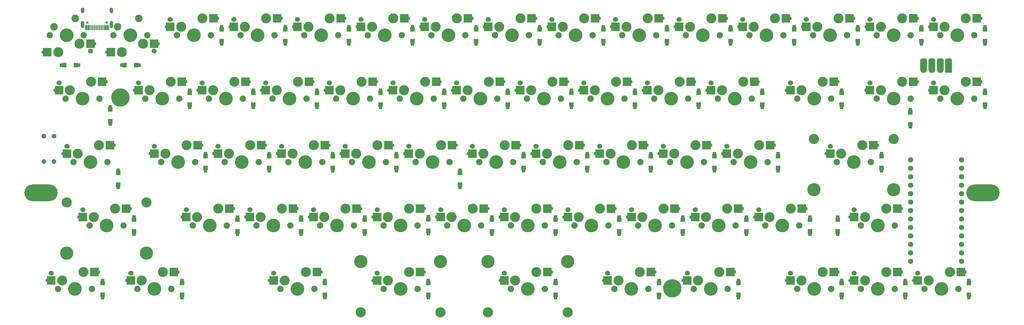
<source format=gbr>
%TF.GenerationSoftware,KiCad,Pcbnew,(6.0.5)*%
%TF.CreationDate,2022-10-29T17:12:18+09:00*%
%TF.ProjectId,tatamikomo,74617461-6d69-46b6-9f6d-6f2e6b696361,rev?*%
%TF.SameCoordinates,Original*%
%TF.FileFunction,Soldermask,Bot*%
%TF.FilePolarity,Negative*%
%FSLAX46Y46*%
G04 Gerber Fmt 4.6, Leading zero omitted, Abs format (unit mm)*
G04 Created by KiCad (PCBNEW (6.0.5)) date 2022-10-29 17:12:18*
%MOMM*%
%LPD*%
G01*
G04 APERTURE LIST*
G04 Aperture macros list*
%AMRoundRect*
0 Rectangle with rounded corners*
0 $1 Rounding radius*
0 $2 $3 $4 $5 $6 $7 $8 $9 X,Y pos of 4 corners*
0 Add a 4 corners polygon primitive as box body*
4,1,4,$2,$3,$4,$5,$6,$7,$8,$9,$2,$3,0*
0 Add four circle primitives for the rounded corners*
1,1,$1+$1,$2,$3*
1,1,$1+$1,$4,$5*
1,1,$1+$1,$6,$7*
1,1,$1+$1,$8,$9*
0 Add four rect primitives between the rounded corners*
20,1,$1+$1,$2,$3,$4,$5,0*
20,1,$1+$1,$4,$5,$6,$7,0*
20,1,$1+$1,$6,$7,$8,$9,0*
20,1,$1+$1,$8,$9,$2,$3,0*%
%AMFreePoly0*
4,1,5,1.275000,-1.250000,-1.275000,-1.250000,-1.275000,1.250000,1.275000,1.250000,1.275000,-1.250000,1.275000,-1.250000,$1*%
%AMFreePoly1*
4,1,5,0.700000,-0.650000,-0.700000,-0.650000,-0.700000,0.650000,0.700000,0.650000,0.700000,-0.650000,0.700000,-0.650000,$1*%
%AMFreePoly2*
4,1,5,0.300000,-0.500000,-0.300000,-0.500000,-0.300000,0.500000,0.300000,0.500000,0.300000,-0.500000,0.300000,-0.500000,$1*%
G04 Aperture macros list end*
%ADD10C,1.900000*%
%ADD11C,3.000000*%
%ADD12C,4.100000*%
%ADD13C,1.000000*%
%ADD14FreePoly0,180.000000*%
%ADD15C,1.524000*%
%ADD16FreePoly0,0.000000*%
%ADD17C,1.750000*%
%ADD18C,3.987800*%
%ADD19C,2.250000*%
%ADD20C,1.600000*%
%ADD21O,2.000000X1.800000*%
%ADD22RoundRect,0.500000X-0.500000X-1.500000X0.500000X-1.500000X0.500000X1.500000X-0.500000X1.500000X0*%
%ADD23R,2.000000X1.800000*%
%ADD24RoundRect,0.500000X0.500000X1.500000X-0.500000X1.500000X-0.500000X-1.500000X0.500000X-1.500000X0*%
%ADD25C,3.048000*%
%ADD26C,5.500000*%
%ADD27O,10.000000X5.000000*%
%ADD28FreePoly1,270.000000*%
%ADD29FreePoly2,90.000000*%
%ADD30C,0.750000*%
%ADD31RoundRect,0.050000X-0.300000X-0.725000X0.300000X-0.725000X0.300000X0.725000X-0.300000X0.725000X0*%
%ADD32RoundRect,0.050000X-0.150000X-0.725000X0.150000X-0.725000X0.150000X0.725000X-0.150000X0.725000X0*%
%ADD33O,1.100000X1.700000*%
%ADD34O,1.100000X2.200000*%
%ADD35FreePoly2,180.000000*%
%ADD36FreePoly1,0.000000*%
%ADD37C,1.400000*%
%ADD38O,1.400000X1.400000*%
G04 APERTURE END LIST*
D10*
%TO.C,SW59*%
X178550714Y-121812964D03*
D11*
X186170714Y-116732964D03*
X179820714Y-119272964D03*
D10*
X188710714Y-121812964D03*
D12*
X183630714Y-121812964D03*
D13*
X175295714Y-119272964D03*
D14*
X176545714Y-119272964D03*
D15*
X176545714Y-117062964D03*
D16*
X189472714Y-116732964D03*
D13*
X190722714Y-116732964D03*
%TD*%
D11*
%TO.C,SW61*%
X240938214Y-116732964D03*
D10*
X233318214Y-121812964D03*
D11*
X234588214Y-119272964D03*
D12*
X238398214Y-121812964D03*
D10*
X243478214Y-121812964D03*
D15*
X231313214Y-117062964D03*
D14*
X231313214Y-119272964D03*
D13*
X230063214Y-119272964D03*
D16*
X244240214Y-116732964D03*
D13*
X245490214Y-116732964D03*
%TD*%
D10*
%TO.C,SW8*%
X142831714Y-45612964D03*
D12*
X147911714Y-45612964D03*
D10*
X152991714Y-45612964D03*
D11*
X144101714Y-43072964D03*
X150451714Y-40532964D03*
D13*
X139576714Y-43072964D03*
D14*
X140826714Y-43072964D03*
D15*
X140826714Y-40862964D03*
D16*
X153753714Y-40532964D03*
D13*
X155003714Y-40532964D03*
%TD*%
D10*
%TO.C,SW46*%
X109493714Y-102762964D03*
D12*
X114573714Y-102762964D03*
D11*
X117113714Y-97682964D03*
X110763714Y-100222964D03*
D10*
X119653714Y-102762964D03*
D14*
X107488714Y-100222964D03*
D15*
X107488714Y-98012964D03*
D13*
X106238714Y-100222964D03*
X121665714Y-97682964D03*
D16*
X120415714Y-97682964D03*
%TD*%
D10*
%TO.C,SW55*%
X35745714Y-121812964D03*
D12*
X40825714Y-121812964D03*
D10*
X45905714Y-121812964D03*
D11*
X43365714Y-116732964D03*
X37015714Y-119272964D03*
D14*
X33740714Y-119272964D03*
D15*
X33740714Y-117062964D03*
D13*
X32490714Y-119272964D03*
X47917714Y-116732964D03*
D16*
X46667714Y-116732964D03*
%TD*%
D11*
%TO.C,SW37*%
X158388714Y-81172964D03*
D12*
X162198714Y-83712964D03*
D10*
X157118714Y-83712964D03*
D11*
X164738714Y-78632964D03*
D10*
X167278714Y-83712964D03*
D13*
X153863714Y-81172964D03*
D14*
X155113714Y-81172964D03*
D15*
X155113714Y-78962964D03*
D13*
X169290714Y-78632964D03*
D16*
X168040714Y-78632964D03*
%TD*%
D11*
%TO.C,SW49*%
X167913714Y-100222964D03*
D10*
X176803714Y-102762964D03*
X166643714Y-102762964D03*
D12*
X171723714Y-102762964D03*
D11*
X174263714Y-97682964D03*
D13*
X163388714Y-100222964D03*
D15*
X164638714Y-98012964D03*
D14*
X164638714Y-100222964D03*
D16*
X177565714Y-97682964D03*
D13*
X178815714Y-97682964D03*
%TD*%
D11*
%TO.C,SW51*%
X206013714Y-100222964D03*
D10*
X204743714Y-102762964D03*
X214903714Y-102762964D03*
D11*
X212363714Y-97682964D03*
D12*
X209823714Y-102762964D03*
D15*
X202738714Y-98012964D03*
D14*
X202738714Y-100222964D03*
D13*
X201488714Y-100222964D03*
D16*
X215665714Y-97682964D03*
D13*
X216915714Y-97682964D03*
%TD*%
D17*
%TO.C,SW1*%
X19641714Y-45612964D03*
D18*
X14561714Y-45612964D03*
D17*
X9481714Y-45612964D03*
D19*
X17101714Y-40532964D03*
X10751714Y-43072964D03*
%TD*%
D10*
%TO.C,SW27*%
X233318714Y-64662964D03*
D11*
X234588714Y-62122964D03*
X240938714Y-59582964D03*
D12*
X238398714Y-64662964D03*
D10*
X243478714Y-64662964D03*
D14*
X231313714Y-62122964D03*
D13*
X230063714Y-62122964D03*
D15*
X231313714Y-59912964D03*
D13*
X245490714Y-59582964D03*
D16*
X244240714Y-59582964D03*
%TD*%
D10*
%TO.C,SW17*%
X38055714Y-64662964D03*
D12*
X43135714Y-64662964D03*
D10*
X48215714Y-64662964D03*
D11*
X39325714Y-62122964D03*
X45675714Y-59582964D03*
D13*
X34800714Y-62122964D03*
D14*
X36050714Y-62122964D03*
D15*
X36050714Y-59912964D03*
D13*
X50227714Y-59582964D03*
D16*
X48977714Y-59582964D03*
%TD*%
D20*
%TO.C,U1*%
X282529714Y-85603464D03*
X282539714Y-88143464D03*
X282539714Y-90683464D03*
X282539714Y-93223464D03*
X282539714Y-95763464D03*
X282539714Y-98303464D03*
X282539714Y-100843464D03*
X282539714Y-103383464D03*
X282539714Y-105923464D03*
X282539714Y-108463464D03*
X282539714Y-111003464D03*
X282539714Y-113543464D03*
X267279714Y-113543464D03*
X267279714Y-111003464D03*
X267279714Y-108463464D03*
X267279714Y-105923464D03*
X267279714Y-103383464D03*
X267279714Y-100843464D03*
X267279714Y-98303464D03*
X267279714Y-95763464D03*
X267289714Y-93223464D03*
X267289714Y-90683464D03*
X267289714Y-88143464D03*
X267289714Y-85603464D03*
X267289714Y-83063464D03*
X282529714Y-83063464D03*
%TD*%
D11*
%TO.C,SW14*%
X258401714Y-43072964D03*
D10*
X257131714Y-45612964D03*
D11*
X264751714Y-40532964D03*
D12*
X262211714Y-45612964D03*
D10*
X267291714Y-45612964D03*
D14*
X255126714Y-43072964D03*
D15*
X255126714Y-40862964D03*
D13*
X253876714Y-43072964D03*
D16*
X268053714Y-40532964D03*
D13*
X269303714Y-40532964D03*
%TD*%
D12*
%TO.C,SW3*%
X52661714Y-45612964D03*
D10*
X57741714Y-45612964D03*
D11*
X48851714Y-43072964D03*
D10*
X47581714Y-45612964D03*
D11*
X55201714Y-40532964D03*
D14*
X45576714Y-43072964D03*
D15*
X45576714Y-40862964D03*
D13*
X44326714Y-43072964D03*
D16*
X58503714Y-40532964D03*
D13*
X59753714Y-40532964D03*
%TD*%
D21*
%TO.C,J1*%
X271159714Y-56053464D03*
D22*
X271159714Y-54553464D03*
X273659714Y-54553464D03*
D21*
X273659714Y-56053464D03*
X276159714Y-56053464D03*
D22*
X276159714Y-54553464D03*
D23*
X278659714Y-56053464D03*
D24*
X278659714Y-54553464D03*
%TD*%
D10*
%TO.C,SW41*%
X255384714Y-83712964D03*
D11*
X252844714Y-78632964D03*
X246494714Y-81172964D03*
D18*
X238366714Y-91967964D03*
D10*
X245224714Y-83712964D03*
D25*
X238366714Y-76727964D03*
D18*
X262242714Y-91967964D03*
D25*
X262242714Y-76727964D03*
D12*
X250304714Y-83712964D03*
D15*
X243219714Y-78962964D03*
D14*
X243219714Y-81172964D03*
D13*
X241969714Y-81172964D03*
X257396714Y-78632964D03*
D16*
X256146714Y-78632964D03*
%TD*%
D11*
%TO.C,SW33*%
X88538714Y-78632964D03*
X82188714Y-81172964D03*
D12*
X85998714Y-83712964D03*
D10*
X80918714Y-83712964D03*
X91078714Y-83712964D03*
D14*
X78913714Y-81172964D03*
D13*
X77663714Y-81172964D03*
D15*
X78913714Y-78962964D03*
D16*
X91840714Y-78632964D03*
D13*
X93090714Y-78632964D03*
%TD*%
D10*
%TO.C,SW11*%
X199981714Y-45612964D03*
D12*
X205061714Y-45612964D03*
D11*
X207601714Y-40532964D03*
D10*
X210141714Y-45612964D03*
D11*
X201251714Y-43072964D03*
D15*
X197976714Y-40862964D03*
D13*
X196726714Y-43072964D03*
D14*
X197976714Y-43072964D03*
D13*
X212153714Y-40532964D03*
D16*
X210903714Y-40532964D03*
%TD*%
D10*
%TO.C,SW62*%
X252368214Y-121812964D03*
D12*
X257448214Y-121812964D03*
D11*
X253638214Y-119272964D03*
X259988214Y-116732964D03*
D10*
X262528214Y-121812964D03*
D15*
X250363214Y-117062964D03*
D14*
X250363214Y-119272964D03*
D13*
X249113214Y-119272964D03*
X264540214Y-116732964D03*
D16*
X263290214Y-116732964D03*
%TD*%
D10*
%TO.C,SW54*%
X22093714Y-121812964D03*
D11*
X13203714Y-119272964D03*
X19553714Y-116732964D03*
D12*
X17013714Y-121812964D03*
D10*
X11933714Y-121812964D03*
D13*
X8678714Y-119272964D03*
D15*
X9928714Y-117062964D03*
D14*
X9928714Y-119272964D03*
D13*
X24105714Y-116732964D03*
D16*
X22855714Y-116732964D03*
%TD*%
D11*
%TO.C,SW50*%
X193313714Y-97682964D03*
D10*
X185693714Y-102762964D03*
D11*
X186963714Y-100222964D03*
D10*
X195853714Y-102762964D03*
D12*
X190773714Y-102762964D03*
D15*
X183688714Y-98012964D03*
D14*
X183688714Y-100222964D03*
D13*
X182438714Y-100222964D03*
X197865714Y-97682964D03*
D16*
X196615714Y-97682964D03*
%TD*%
D12*
%TO.C,SW16*%
X19323714Y-64662964D03*
D11*
X15513714Y-62122964D03*
D10*
X24403714Y-64662964D03*
X14243714Y-64662964D03*
D11*
X21863714Y-59582964D03*
D15*
X12238714Y-59912964D03*
D14*
X12238714Y-62122964D03*
D13*
X10988714Y-62122964D03*
D16*
X25165714Y-59582964D03*
D13*
X26415714Y-59582964D03*
%TD*%
D11*
%TO.C,SW15*%
X283801714Y-40532964D03*
D10*
X286341714Y-45612964D03*
D12*
X281261714Y-45612964D03*
D11*
X277451714Y-43072964D03*
D10*
X276181714Y-45612964D03*
D13*
X272926714Y-43072964D03*
D15*
X274176714Y-40862964D03*
D14*
X274176714Y-43072964D03*
D13*
X288353714Y-40532964D03*
D16*
X287103714Y-40532964D03*
%TD*%
D25*
%TO.C,SW42*%
X14529714Y-95777964D03*
D10*
X21387714Y-102762964D03*
D11*
X29007714Y-97682964D03*
D18*
X38405714Y-111017964D03*
D11*
X22657714Y-100222964D03*
D18*
X14529714Y-111017964D03*
D25*
X38405714Y-95777964D03*
D12*
X26467714Y-102762964D03*
D10*
X31547714Y-102762964D03*
D13*
X18132714Y-100222964D03*
D14*
X19382714Y-100222964D03*
D15*
X19382714Y-98012964D03*
D16*
X32309714Y-97682964D03*
D13*
X33559714Y-97682964D03*
%TD*%
D11*
%TO.C,SW20*%
X102825714Y-59582964D03*
D10*
X105365714Y-64662964D03*
X95205714Y-64662964D03*
D12*
X100285714Y-64662964D03*
D11*
X96475714Y-62122964D03*
D15*
X93200714Y-59912964D03*
D14*
X93200714Y-62122964D03*
D13*
X91950714Y-62122964D03*
X107377714Y-59582964D03*
D16*
X106127714Y-59582964D03*
%TD*%
D12*
%TO.C,SW5*%
X90761714Y-45612964D03*
D10*
X95841714Y-45612964D03*
D11*
X93301714Y-40532964D03*
D10*
X85681714Y-45612964D03*
D11*
X86951714Y-43072964D03*
D15*
X83676714Y-40862964D03*
D14*
X83676714Y-43072964D03*
D13*
X82426714Y-43072964D03*
X97853714Y-40532964D03*
D16*
X96603714Y-40532964D03*
%TD*%
D11*
%TO.C,SW34*%
X101238714Y-81172964D03*
D10*
X110128714Y-83712964D03*
X99968714Y-83712964D03*
D11*
X107588714Y-78632964D03*
D12*
X105048714Y-83712964D03*
D15*
X97963714Y-78962964D03*
D13*
X96713714Y-81172964D03*
D14*
X97963714Y-81172964D03*
D16*
X110890714Y-78632964D03*
D13*
X112140714Y-78632964D03*
%TD*%
D12*
%TO.C,SW7*%
X128861714Y-45612964D03*
D10*
X123781714Y-45612964D03*
D11*
X131401714Y-40532964D03*
X125051714Y-43072964D03*
D10*
X133941714Y-45612964D03*
D13*
X120526714Y-43072964D03*
D14*
X121776714Y-43072964D03*
D15*
X121776714Y-40862964D03*
D13*
X135953714Y-40532964D03*
D16*
X134703714Y-40532964D03*
%TD*%
D18*
%TO.C,SW2*%
X33611714Y-45612964D03*
D17*
X28531714Y-45612964D03*
X38691714Y-45612964D03*
D19*
X36151714Y-40532964D03*
X29801714Y-43072964D03*
%TD*%
D11*
%TO.C,SW28*%
X258400714Y-62122964D03*
X264750714Y-59582964D03*
D10*
X267290714Y-64662964D03*
X257130714Y-64662964D03*
D12*
X262210714Y-64662964D03*
D15*
X255125714Y-59912964D03*
D13*
X253875714Y-62122964D03*
D14*
X255125714Y-62122964D03*
D13*
X269302714Y-59582964D03*
D16*
X268052714Y-59582964D03*
%TD*%
D11*
%TO.C,SW1*%
X12021714Y-50692964D03*
D10*
X19641714Y-45612964D03*
D12*
X14561714Y-45612964D03*
D10*
X9481714Y-45612964D03*
D11*
X18371714Y-48152964D03*
D13*
X22896714Y-48152964D03*
D16*
X21646714Y-48152964D03*
D15*
X21646714Y-50362964D03*
D13*
X7469714Y-50692964D03*
D14*
X8719714Y-50692964D03*
%TD*%
D11*
%TO.C,SW25*%
X198075714Y-59582964D03*
D10*
X200615714Y-64662964D03*
D12*
X195535714Y-64662964D03*
D10*
X190455714Y-64662964D03*
D11*
X191725714Y-62122964D03*
D14*
X188450714Y-62122964D03*
D13*
X187200714Y-62122964D03*
D15*
X188450714Y-59912964D03*
D13*
X202627714Y-59582964D03*
D16*
X201377714Y-59582964D03*
%TD*%
D11*
%TO.C,SW45*%
X98063714Y-97682964D03*
X91713714Y-100222964D03*
D10*
X100603714Y-102762964D03*
X90443714Y-102762964D03*
D12*
X95523714Y-102762964D03*
D13*
X87188714Y-100222964D03*
D15*
X88438714Y-98012964D03*
D14*
X88438714Y-100222964D03*
D13*
X102615714Y-97682964D03*
D16*
X101365714Y-97682964D03*
%TD*%
D10*
%TO.C,SW24*%
X181565714Y-64662964D03*
X171405714Y-64662964D03*
D11*
X179025714Y-59582964D03*
D12*
X176485714Y-64662964D03*
D11*
X172675714Y-62122964D03*
D15*
X169400714Y-59912964D03*
D13*
X168150714Y-62122964D03*
D14*
X169400714Y-62122964D03*
D16*
X182327714Y-59582964D03*
D13*
X183577714Y-59582964D03*
%TD*%
D26*
%TO.C,H3*%
X30613514Y-64315014D03*
%TD*%
D11*
%TO.C,SW44*%
X79013714Y-97682964D03*
D12*
X76473714Y-102762964D03*
D10*
X71393714Y-102762964D03*
X81553714Y-102762964D03*
D11*
X72663714Y-100222964D03*
D13*
X68138714Y-100222964D03*
D14*
X69388714Y-100222964D03*
D15*
X69388714Y-98012964D03*
D13*
X83565714Y-97682964D03*
D16*
X82315714Y-97682964D03*
%TD*%
D12*
%TO.C,SW40*%
X219348714Y-83712964D03*
D10*
X224428714Y-83712964D03*
D11*
X215538714Y-81172964D03*
X221888714Y-78632964D03*
D10*
X214268714Y-83712964D03*
D13*
X211013714Y-81172964D03*
D14*
X212263714Y-81172964D03*
D15*
X212263714Y-78962964D03*
D16*
X225190714Y-78632964D03*
D13*
X226440714Y-78632964D03*
%TD*%
D10*
%TO.C,SW10*%
X191091714Y-45612964D03*
D11*
X188551714Y-40532964D03*
D10*
X180931714Y-45612964D03*
D11*
X182201714Y-43072964D03*
D12*
X186011714Y-45612964D03*
D13*
X177676714Y-43072964D03*
D14*
X178926714Y-43072964D03*
D15*
X178926714Y-40862964D03*
D16*
X191853714Y-40532964D03*
D13*
X193103714Y-40532964D03*
%TD*%
D11*
%TO.C,SW2*%
X31071714Y-50692964D03*
D10*
X38691714Y-45612964D03*
X28531714Y-45612964D03*
D12*
X33611714Y-45612964D03*
D11*
X37421714Y-48152964D03*
D16*
X40696714Y-48152964D03*
D15*
X40696714Y-50362964D03*
D13*
X41946714Y-48152964D03*
X26519714Y-50692964D03*
D14*
X27769714Y-50692964D03*
%TD*%
D10*
%TO.C,SW43*%
X62503714Y-102762964D03*
D11*
X53613714Y-100222964D03*
D12*
X57423714Y-102762964D03*
D11*
X59963714Y-97682964D03*
D10*
X52343714Y-102762964D03*
D14*
X50338714Y-100222964D03*
D13*
X49088714Y-100222964D03*
D15*
X50338714Y-98012964D03*
D16*
X63265714Y-97682964D03*
D13*
X64515714Y-97682964D03*
%TD*%
D12*
%TO.C,SW63*%
X276498214Y-121812964D03*
D10*
X281578214Y-121812964D03*
X271418214Y-121812964D03*
D11*
X272688214Y-119272964D03*
X279038214Y-116732964D03*
D14*
X269413214Y-119272964D03*
D13*
X268163214Y-119272964D03*
D15*
X269413214Y-117062964D03*
D13*
X283590214Y-116732964D03*
D16*
X282340214Y-116732964D03*
%TD*%
D10*
%TO.C,SW38*%
X176168714Y-83712964D03*
X186328714Y-83712964D03*
D12*
X181248714Y-83712964D03*
D11*
X177438714Y-81172964D03*
X183788714Y-78632964D03*
D15*
X174163714Y-78962964D03*
D14*
X174163714Y-81172964D03*
D13*
X172913714Y-81172964D03*
X188340714Y-78632964D03*
D16*
X187090714Y-78632964D03*
%TD*%
D11*
%TO.C,SW6*%
X106001714Y-43072964D03*
D10*
X104731714Y-45612964D03*
X114891714Y-45612964D03*
D12*
X109811714Y-45612964D03*
D11*
X112351714Y-40532964D03*
D14*
X102726714Y-43072964D03*
D13*
X101476714Y-43072964D03*
D15*
X102726714Y-40862964D03*
D16*
X115653714Y-40532964D03*
D13*
X116903714Y-40532964D03*
%TD*%
D12*
%TO.C,SW48*%
X152673714Y-102762964D03*
D10*
X157753714Y-102762964D03*
D11*
X155213714Y-97682964D03*
X148863714Y-100222964D03*
D10*
X147593714Y-102762964D03*
D14*
X145588714Y-100222964D03*
D15*
X145588714Y-98012964D03*
D13*
X144338714Y-100222964D03*
X159765714Y-97682964D03*
D16*
X158515714Y-97682964D03*
%TD*%
D12*
%TO.C,SW18*%
X62185714Y-64662964D03*
D10*
X67265714Y-64662964D03*
D11*
X58375714Y-62122964D03*
D10*
X57105714Y-64662964D03*
D11*
X64725714Y-59582964D03*
D15*
X55100714Y-59912964D03*
D13*
X53850714Y-62122964D03*
D14*
X55100714Y-62122964D03*
D13*
X69277714Y-59582964D03*
D16*
X68027714Y-59582964D03*
%TD*%
D11*
%TO.C,SW12*%
X226651714Y-40532964D03*
D10*
X229191714Y-45612964D03*
D11*
X220301714Y-43072964D03*
D10*
X219031714Y-45612964D03*
D12*
X224111714Y-45612964D03*
D14*
X217026714Y-43072964D03*
D15*
X217026714Y-40862964D03*
D13*
X215776714Y-43072964D03*
D16*
X229953714Y-40532964D03*
D13*
X231203714Y-40532964D03*
%TD*%
D11*
%TO.C,SW9*%
X163151714Y-43072964D03*
D12*
X166961714Y-45612964D03*
D10*
X172041714Y-45612964D03*
D11*
X169501714Y-40532964D03*
D10*
X161881714Y-45612964D03*
D13*
X158626714Y-43072964D03*
D14*
X159876714Y-43072964D03*
D15*
X159876714Y-40862964D03*
D16*
X172803714Y-40532964D03*
D13*
X174053714Y-40532964D03*
%TD*%
D10*
%TO.C,SW26*%
X209505714Y-64662964D03*
X219665714Y-64662964D03*
D12*
X214585714Y-64662964D03*
D11*
X217125714Y-59582964D03*
X210775714Y-62122964D03*
D15*
X207500714Y-59912964D03*
D13*
X206250714Y-62122964D03*
D14*
X207500714Y-62122964D03*
D13*
X221677714Y-59582964D03*
D16*
X220427714Y-59582964D03*
%TD*%
D11*
%TO.C,SW36*%
X145688714Y-78632964D03*
X139338714Y-81172964D03*
D10*
X148228714Y-83712964D03*
X138068714Y-83712964D03*
D12*
X143148714Y-83712964D03*
D15*
X136063714Y-78962964D03*
D14*
X136063714Y-81172964D03*
D13*
X134813714Y-81172964D03*
D16*
X148990714Y-78632964D03*
D13*
X150240714Y-78632964D03*
%TD*%
D25*
%TO.C,SW57*%
X102636714Y-128797964D03*
D12*
X114574714Y-121812964D03*
D10*
X119654714Y-121812964D03*
D11*
X117114714Y-116732964D03*
D10*
X109494714Y-121812964D03*
D18*
X126512714Y-113557964D03*
X102636714Y-113557964D03*
D11*
X110764714Y-119272964D03*
D25*
X126512714Y-128797964D03*
D13*
X106239714Y-119272964D03*
D14*
X107489714Y-119272964D03*
D15*
X107489714Y-117062964D03*
D16*
X120416714Y-116732964D03*
D13*
X121666714Y-116732964D03*
%TD*%
D10*
%TO.C,SW52*%
X233953714Y-102762964D03*
X223793714Y-102762964D03*
D11*
X231413714Y-97682964D03*
D12*
X228873714Y-102762964D03*
D11*
X225063714Y-100222964D03*
D14*
X221788714Y-100222964D03*
D15*
X221788714Y-98012964D03*
D13*
X220538714Y-100222964D03*
D16*
X234715714Y-97682964D03*
D13*
X235965714Y-97682964D03*
%TD*%
D12*
%TO.C,SW47*%
X133623714Y-102762964D03*
D11*
X129813714Y-100222964D03*
D10*
X138703714Y-102762964D03*
D11*
X136163714Y-97682964D03*
D10*
X128543714Y-102762964D03*
D13*
X125288714Y-100222964D03*
D15*
X126538714Y-98012964D03*
D14*
X126538714Y-100222964D03*
D16*
X139465714Y-97682964D03*
D13*
X140715714Y-97682964D03*
%TD*%
D27*
%TO.C,H1*%
X6873114Y-92915414D03*
%TD*%
D11*
%TO.C,SW4*%
X67901714Y-43072964D03*
D12*
X71711714Y-45612964D03*
D10*
X76791714Y-45612964D03*
D11*
X74251714Y-40532964D03*
D10*
X66631714Y-45612964D03*
D13*
X63376714Y-43072964D03*
D15*
X64626714Y-40862964D03*
D14*
X64626714Y-43072964D03*
D16*
X77553714Y-40532964D03*
D13*
X78803714Y-40532964D03*
%TD*%
D12*
%TO.C,SW56*%
X83618714Y-121812964D03*
D10*
X78538714Y-121812964D03*
D11*
X79808714Y-119272964D03*
D10*
X88698714Y-121812964D03*
D11*
X86158714Y-116732964D03*
D14*
X76533714Y-119272964D03*
D15*
X76533714Y-117062964D03*
D13*
X75283714Y-119272964D03*
X90710714Y-116732964D03*
D16*
X89460714Y-116732964D03*
%TD*%
D10*
%TO.C,SW21*%
X124415714Y-64662964D03*
X114255714Y-64662964D03*
D11*
X121875714Y-59582964D03*
X115525714Y-62122964D03*
D12*
X119335714Y-64662964D03*
D13*
X111000714Y-62122964D03*
D14*
X112250714Y-62122964D03*
D15*
X112250714Y-59912964D03*
D16*
X125177714Y-59582964D03*
D13*
X126427714Y-59582964D03*
%TD*%
D25*
%TO.C,SW58*%
X164612714Y-128797964D03*
X140736714Y-128797964D03*
D10*
X157754714Y-121812964D03*
D18*
X140736714Y-113557964D03*
D12*
X152674714Y-121812964D03*
D18*
X164612714Y-113557964D03*
D10*
X147594714Y-121812964D03*
D11*
X155214714Y-116732964D03*
X148864714Y-119272964D03*
D13*
X144339714Y-119272964D03*
D15*
X145589714Y-117062964D03*
D14*
X145589714Y-119272964D03*
D13*
X159766714Y-116732964D03*
D16*
X158516714Y-116732964D03*
%TD*%
D10*
%TO.C,SW31*%
X52978714Y-83712964D03*
X42818714Y-83712964D03*
D12*
X47898714Y-83712964D03*
D11*
X50438714Y-78632964D03*
X44088714Y-81172964D03*
D14*
X40813714Y-81172964D03*
D13*
X39563714Y-81172964D03*
D15*
X40813714Y-78962964D03*
D13*
X54990714Y-78632964D03*
D16*
X53740714Y-78632964D03*
%TD*%
D12*
%TO.C,SW29*%
X281260714Y-64662964D03*
D11*
X283800714Y-59582964D03*
D10*
X286340714Y-64662964D03*
D11*
X277450714Y-62122964D03*
D10*
X276180714Y-64662964D03*
D15*
X274175714Y-59912964D03*
D13*
X272925714Y-62122964D03*
D14*
X274175714Y-62122964D03*
D16*
X287102714Y-59582964D03*
D13*
X288352714Y-59582964D03*
%TD*%
D11*
%TO.C,SW32*%
X63138714Y-81172964D03*
D12*
X66948714Y-83712964D03*
D10*
X72028714Y-83712964D03*
D11*
X69488714Y-78632964D03*
D10*
X61868714Y-83712964D03*
D14*
X59863714Y-81172964D03*
D15*
X59863714Y-78962964D03*
D13*
X58613714Y-81172964D03*
D16*
X72790714Y-78632964D03*
D13*
X74040714Y-78632964D03*
%TD*%
D10*
%TO.C,SW39*%
X195218714Y-83712964D03*
X205378714Y-83712964D03*
D11*
X202838714Y-78632964D03*
X196488714Y-81172964D03*
D12*
X200298714Y-83712964D03*
D14*
X193213714Y-81172964D03*
D15*
X193213714Y-78962964D03*
D13*
X191963714Y-81172964D03*
X207390714Y-78632964D03*
D16*
X206140714Y-78632964D03*
%TD*%
D10*
%TO.C,SW35*%
X119018714Y-83712964D03*
X129178714Y-83712964D03*
D11*
X126638714Y-78632964D03*
D12*
X124098714Y-83712964D03*
D11*
X120288714Y-81172964D03*
D14*
X117013714Y-81172964D03*
D13*
X115763714Y-81172964D03*
D15*
X117013714Y-78962964D03*
D16*
X129940714Y-78632964D03*
D13*
X131190714Y-78632964D03*
%TD*%
D27*
%TO.C,H2*%
X288955114Y-92915414D03*
%TD*%
D12*
%TO.C,SW23*%
X157435714Y-64662964D03*
D10*
X152355714Y-64662964D03*
D11*
X159975714Y-59582964D03*
D10*
X162515714Y-64662964D03*
D11*
X153625714Y-62122964D03*
D13*
X149100714Y-62122964D03*
D14*
X150350714Y-62122964D03*
D15*
X150350714Y-59912964D03*
D13*
X164527714Y-59582964D03*
D16*
X163277714Y-59582964D03*
%TD*%
D11*
%TO.C,SW60*%
X203632714Y-119272964D03*
D10*
X202362714Y-121812964D03*
D11*
X209982714Y-116732964D03*
D10*
X212522714Y-121812964D03*
D12*
X207442714Y-121812964D03*
D14*
X200357714Y-119272964D03*
D15*
X200357714Y-117062964D03*
D13*
X199107714Y-119272964D03*
D16*
X213284714Y-116732964D03*
D13*
X214534714Y-116732964D03*
%TD*%
D12*
%TO.C,SW53*%
X257448214Y-102762964D03*
D11*
X259988214Y-97682964D03*
X253638214Y-100222964D03*
D10*
X262528214Y-102762964D03*
X252368214Y-102762964D03*
D14*
X250363214Y-100222964D03*
D15*
X250363214Y-98012964D03*
D13*
X249113214Y-100222964D03*
D16*
X263290214Y-97682964D03*
D13*
X264540214Y-97682964D03*
%TD*%
D11*
%TO.C,SW13*%
X245701714Y-40532964D03*
D10*
X238081714Y-45612964D03*
D12*
X243161714Y-45612964D03*
D11*
X239351714Y-43072964D03*
D10*
X248241714Y-45612964D03*
D13*
X234826714Y-43072964D03*
D15*
X236076714Y-40862964D03*
D14*
X236076714Y-43072964D03*
D13*
X250253714Y-40532964D03*
D16*
X249003714Y-40532964D03*
%TD*%
D12*
%TO.C,SW30*%
X21704714Y-83712964D03*
D11*
X17894714Y-81172964D03*
X24244714Y-78632964D03*
D10*
X26784714Y-83712964D03*
X16624714Y-83712964D03*
D15*
X14619714Y-78962964D03*
D13*
X13369714Y-81172964D03*
D14*
X14619714Y-81172964D03*
D16*
X27546714Y-78632964D03*
D13*
X28796714Y-78632964D03*
%TD*%
D11*
%TO.C,SW19*%
X77425714Y-62122964D03*
X83775714Y-59582964D03*
D10*
X86315714Y-64662964D03*
D12*
X81235714Y-64662964D03*
D10*
X76155714Y-64662964D03*
D14*
X74150714Y-62122964D03*
D13*
X72900714Y-62122964D03*
D15*
X74150714Y-59912964D03*
D13*
X88327714Y-59582964D03*
D16*
X87077714Y-59582964D03*
%TD*%
D26*
%TO.C,H6*%
X195913614Y-121614914D03*
%TD*%
D11*
%TO.C,SW22*%
X140925714Y-59582964D03*
D10*
X143465714Y-64662964D03*
D12*
X138385714Y-64662964D03*
D11*
X134575714Y-62122964D03*
D10*
X133305714Y-64662964D03*
D13*
X130050714Y-62122964D03*
D15*
X131300714Y-59912964D03*
D14*
X131300714Y-62122964D03*
D13*
X145477714Y-59582964D03*
D16*
X144227714Y-59582964D03*
%TD*%
D28*
%TO.C,D59*%
X191890714Y-123587964D03*
D29*
X191890714Y-124562964D03*
D28*
X191890714Y-120037964D03*
D29*
X191890714Y-119062964D03*
%TD*%
%TO.C,D8*%
X156171714Y-48362964D03*
D28*
X156171714Y-47387964D03*
D29*
X156171714Y-42862964D03*
D28*
X156171714Y-43837964D03*
%TD*%
%TO.C,D27*%
X246658714Y-66437964D03*
D29*
X246658714Y-67412964D03*
X246658714Y-61912964D03*
D28*
X246658714Y-62887964D03*
%TD*%
D29*
%TO.C,D13*%
X251421714Y-48362964D03*
D28*
X251421714Y-47387964D03*
X251421714Y-43837964D03*
D29*
X251421714Y-42862964D03*
%TD*%
D28*
%TO.C,D42*%
X34727714Y-104537964D03*
D29*
X34727714Y-105512964D03*
X34727714Y-100012964D03*
D28*
X34727714Y-100987964D03*
%TD*%
%TO.C,D7*%
X137121714Y-47387964D03*
D29*
X137121714Y-48362964D03*
X137121714Y-42862964D03*
D28*
X137121714Y-43837964D03*
%TD*%
%TO.C,D45*%
X103783714Y-104537964D03*
D29*
X103783714Y-105512964D03*
D28*
X103783714Y-100987964D03*
D29*
X103783714Y-100012964D03*
%TD*%
D28*
%TO.C,D10*%
X194271714Y-47387964D03*
D29*
X194271714Y-48362964D03*
X194271714Y-42862964D03*
D28*
X194271714Y-43837964D03*
%TD*%
%TO.C,D46*%
X122833714Y-104407964D03*
D29*
X122833714Y-105382964D03*
D28*
X122833714Y-100857964D03*
D29*
X122833714Y-99882964D03*
%TD*%
%TO.C,D39*%
X208558714Y-86462964D03*
D28*
X208558714Y-85487964D03*
X208558714Y-81937964D03*
D29*
X208558714Y-80962964D03*
%TD*%
D28*
%TO.C,D3*%
X60921714Y-47387964D03*
D29*
X60921714Y-48362964D03*
D28*
X60921714Y-43837964D03*
D29*
X60921714Y-42862964D03*
%TD*%
D28*
%TO.C,D22*%
X146645714Y-66437964D03*
D29*
X146645714Y-67412964D03*
D28*
X146645714Y-62887964D03*
D29*
X146645714Y-61912964D03*
%TD*%
D28*
%TO.C,D43*%
X65683714Y-104537964D03*
D29*
X65683714Y-105512964D03*
X65683714Y-100012964D03*
D28*
X65683714Y-100987964D03*
%TD*%
D29*
%TO.C,D29*%
X289520714Y-67412964D03*
D28*
X289520714Y-66437964D03*
D29*
X289520714Y-61912964D03*
D28*
X289520714Y-62887964D03*
%TD*%
D29*
%TO.C,D5*%
X99021714Y-48362964D03*
D28*
X99021714Y-47387964D03*
D29*
X99021714Y-42862964D03*
D28*
X99021714Y-43837964D03*
%TD*%
D29*
%TO.C,D30*%
X29964714Y-91462964D03*
D28*
X29964714Y-90487964D03*
X29964714Y-86937964D03*
D29*
X29964714Y-85962964D03*
%TD*%
D30*
%TO.C,USB1*%
X20724214Y-41838964D03*
X26504214Y-41838964D03*
D31*
X20389214Y-43283964D03*
X21164214Y-43283964D03*
D32*
X21864214Y-43283964D03*
X22364214Y-43283964D03*
X22864214Y-43283964D03*
X23364214Y-43283964D03*
X23864214Y-43283964D03*
X24364214Y-43283964D03*
X24864214Y-43283964D03*
X25364214Y-43283964D03*
D31*
X26064214Y-43283964D03*
X26839214Y-43283964D03*
D33*
X27934214Y-38188964D03*
X19294214Y-38188964D03*
D34*
X27934214Y-42368964D03*
X19294214Y-42368964D03*
%TD*%
D28*
%TO.C,D61*%
X246658214Y-123587964D03*
D29*
X246658214Y-124562964D03*
X246658214Y-119062964D03*
D28*
X246658214Y-120037964D03*
%TD*%
D29*
%TO.C,D19*%
X89496714Y-67412964D03*
D28*
X89496714Y-66437964D03*
D29*
X89496714Y-61912964D03*
D28*
X89496714Y-62887964D03*
%TD*%
%TO.C,D32*%
X75208714Y-85487964D03*
D29*
X75208714Y-86462964D03*
X75208714Y-80962964D03*
D28*
X75208714Y-81937964D03*
%TD*%
D29*
%TO.C,D37*%
X170458714Y-86462964D03*
D28*
X170458714Y-85487964D03*
D29*
X170458714Y-80962964D03*
D28*
X170458714Y-81937964D03*
%TD*%
%TO.C,D9*%
X175221714Y-47387964D03*
D29*
X175221714Y-48362964D03*
X175221714Y-42862964D03*
D28*
X175221714Y-43837964D03*
%TD*%
D29*
%TO.C,D21*%
X127595714Y-67412964D03*
D28*
X127595714Y-66437964D03*
D29*
X127595714Y-61912964D03*
D28*
X127595714Y-62887964D03*
%TD*%
%TO.C,D12*%
X232371714Y-47387964D03*
D29*
X232371714Y-48362964D03*
X232371714Y-42862964D03*
D28*
X232371714Y-43837964D03*
%TD*%
%TO.C,D4*%
X79971714Y-47387964D03*
D29*
X79971714Y-48362964D03*
D28*
X79971714Y-43837964D03*
D29*
X79971714Y-42862964D03*
%TD*%
D28*
%TO.C,D26*%
X222845714Y-66437964D03*
D29*
X222845714Y-67412964D03*
D28*
X222845714Y-62887964D03*
D29*
X222845714Y-61912964D03*
%TD*%
D28*
%TO.C,D56*%
X91878714Y-123587964D03*
D29*
X91878714Y-124562964D03*
X91878714Y-119062964D03*
D28*
X91878714Y-120037964D03*
%TD*%
D29*
%TO.C,D51*%
X218083714Y-105512964D03*
D28*
X218083714Y-104537964D03*
X218083714Y-100987964D03*
D29*
X218083714Y-100012964D03*
%TD*%
D28*
%TO.C,D41*%
X258564714Y-85487964D03*
D29*
X258564714Y-86462964D03*
X258564714Y-80962964D03*
D28*
X258564714Y-81937964D03*
%TD*%
%TO.C,D53*%
X245448214Y-104537964D03*
D29*
X245448214Y-105512964D03*
D28*
X245448214Y-100987964D03*
D29*
X245448214Y-100012964D03*
%TD*%
D35*
%TO.C,D1*%
X18311714Y-54612964D03*
D36*
X17336714Y-54612964D03*
X13786714Y-54612964D03*
D35*
X12811714Y-54612964D03*
%TD*%
D29*
%TO.C,D40*%
X227608714Y-86462964D03*
D28*
X227608714Y-85487964D03*
X227608714Y-81937964D03*
D29*
X227608714Y-80962964D03*
%TD*%
%TO.C,D16*%
X27583714Y-72412964D03*
D28*
X27583714Y-71437964D03*
D29*
X27583714Y-66912964D03*
D28*
X27583714Y-67887964D03*
%TD*%
D37*
%TO.C,R1*%
X10704714Y-75902964D03*
D38*
X10704714Y-83522964D03*
%TD*%
D28*
%TO.C,D48*%
X160933714Y-104537964D03*
D29*
X160933714Y-105512964D03*
X160933714Y-100012964D03*
D28*
X160933714Y-100987964D03*
%TD*%
%TO.C,D57*%
X122834714Y-123587964D03*
D29*
X122834714Y-124562964D03*
X122834714Y-119062964D03*
D28*
X122834714Y-120037964D03*
%TD*%
D29*
%TO.C,D34*%
X113308714Y-86462964D03*
D28*
X113308714Y-85487964D03*
X113308714Y-81937964D03*
D29*
X113308714Y-80962964D03*
%TD*%
D28*
%TO.C,D11*%
X213321714Y-47387964D03*
D29*
X213321714Y-48362964D03*
D28*
X213321714Y-43837964D03*
D29*
X213321714Y-42862964D03*
%TD*%
%TO.C,D58*%
X160934714Y-124562964D03*
D28*
X160934714Y-123587964D03*
X160934714Y-120037964D03*
D29*
X160934714Y-119062964D03*
%TD*%
%TO.C,D44*%
X84733714Y-105512964D03*
D28*
X84733714Y-104537964D03*
X84733714Y-100987964D03*
D29*
X84733714Y-100012964D03*
%TD*%
D28*
%TO.C,D33*%
X94258714Y-85487964D03*
D29*
X94258714Y-86462964D03*
X94258714Y-80962964D03*
D28*
X94258714Y-81937964D03*
%TD*%
D29*
%TO.C,D28*%
X267220714Y-73312964D03*
D28*
X267220714Y-72337964D03*
D29*
X267220714Y-67812964D03*
D28*
X267220714Y-68787964D03*
%TD*%
%TO.C,D62*%
X265708214Y-123587964D03*
D29*
X265708214Y-124562964D03*
X265708214Y-119062964D03*
D28*
X265708214Y-120037964D03*
%TD*%
%TO.C,D6*%
X118071714Y-47387964D03*
D29*
X118071714Y-48362964D03*
X118071714Y-42862964D03*
D28*
X118071714Y-43837964D03*
%TD*%
%TO.C,D54*%
X25273714Y-123587964D03*
D29*
X25273714Y-124562964D03*
X25273714Y-119062964D03*
D28*
X25273714Y-120037964D03*
%TD*%
D29*
%TO.C,D63*%
X284758214Y-124562964D03*
D28*
X284758214Y-123587964D03*
D29*
X284758214Y-119062964D03*
D28*
X284758214Y-120037964D03*
%TD*%
%TO.C,D52*%
X237133714Y-104537964D03*
D29*
X237133714Y-105512964D03*
X237133714Y-100012964D03*
D28*
X237133714Y-100987964D03*
%TD*%
%TO.C,D49*%
X179983714Y-104537964D03*
D29*
X179983714Y-105512964D03*
X179983714Y-100012964D03*
D28*
X179983714Y-100987964D03*
%TD*%
%TO.C,D60*%
X215702714Y-123587964D03*
D29*
X215702714Y-124562964D03*
X215702714Y-119062964D03*
D28*
X215702714Y-120037964D03*
%TD*%
%TO.C,D36*%
X151408714Y-85487964D03*
D29*
X151408714Y-86462964D03*
X151408714Y-80962964D03*
D28*
X151408714Y-81937964D03*
%TD*%
D29*
%TO.C,D20*%
X108545714Y-67412964D03*
D28*
X108545714Y-66437964D03*
D29*
X108545714Y-61912964D03*
D28*
X108545714Y-62887964D03*
%TD*%
D37*
%TO.C,R2*%
X7704714Y-75902964D03*
D38*
X7704714Y-83522964D03*
%TD*%
D28*
%TO.C,D14*%
X270471714Y-47387964D03*
D29*
X270471714Y-48362964D03*
D28*
X270471714Y-43837964D03*
D29*
X270471714Y-42862964D03*
%TD*%
D28*
%TO.C,D18*%
X70446714Y-66437964D03*
D29*
X70446714Y-67412964D03*
D28*
X70446714Y-62887964D03*
D29*
X70446714Y-61912964D03*
%TD*%
%TO.C,D24*%
X184745714Y-67412964D03*
D28*
X184745714Y-66437964D03*
X184745714Y-62887964D03*
D29*
X184745714Y-61912964D03*
%TD*%
%TO.C,D25*%
X203795714Y-67412964D03*
D28*
X203795714Y-66437964D03*
X203795714Y-62887964D03*
D29*
X203795714Y-61912964D03*
%TD*%
%TO.C,D55*%
X49085714Y-124562964D03*
D28*
X49085714Y-123587964D03*
D29*
X49085714Y-119062964D03*
D28*
X49085714Y-120037964D03*
%TD*%
D29*
%TO.C,D15*%
X289521714Y-48362964D03*
D28*
X289521714Y-47387964D03*
D29*
X289521714Y-42862964D03*
D28*
X289521714Y-43837964D03*
%TD*%
%TO.C,D38*%
X189508714Y-85487964D03*
D29*
X189508714Y-86462964D03*
D28*
X189508714Y-81937964D03*
D29*
X189508714Y-80962964D03*
%TD*%
%TO.C,D50*%
X199033714Y-105512964D03*
D28*
X199033714Y-104537964D03*
D29*
X199033714Y-100012964D03*
D28*
X199033714Y-100987964D03*
%TD*%
%TO.C,D31*%
X56158714Y-85487964D03*
D29*
X56158714Y-86462964D03*
X56158714Y-80962964D03*
D28*
X56158714Y-81937964D03*
%TD*%
D29*
%TO.C,D35*%
X132358714Y-91462964D03*
D28*
X132358714Y-90487964D03*
D29*
X132358714Y-85962964D03*
D28*
X132358714Y-86937964D03*
%TD*%
D36*
%TO.C,D2*%
X35386714Y-54612964D03*
D35*
X36361714Y-54612964D03*
D36*
X31836714Y-54612964D03*
D35*
X30861714Y-54612964D03*
%TD*%
D28*
%TO.C,D23*%
X165695714Y-66437964D03*
D29*
X165695714Y-67412964D03*
X165695714Y-61912964D03*
D28*
X165695714Y-62887964D03*
%TD*%
D29*
%TO.C,D17*%
X51396714Y-67412964D03*
D28*
X51396714Y-66437964D03*
X51396714Y-62887964D03*
D29*
X51396714Y-61912964D03*
%TD*%
D28*
%TO.C,D47*%
X141883714Y-104537964D03*
D29*
X141883714Y-105512964D03*
X141883714Y-100012964D03*
D28*
X141883714Y-100987964D03*
%TD*%
M02*

</source>
